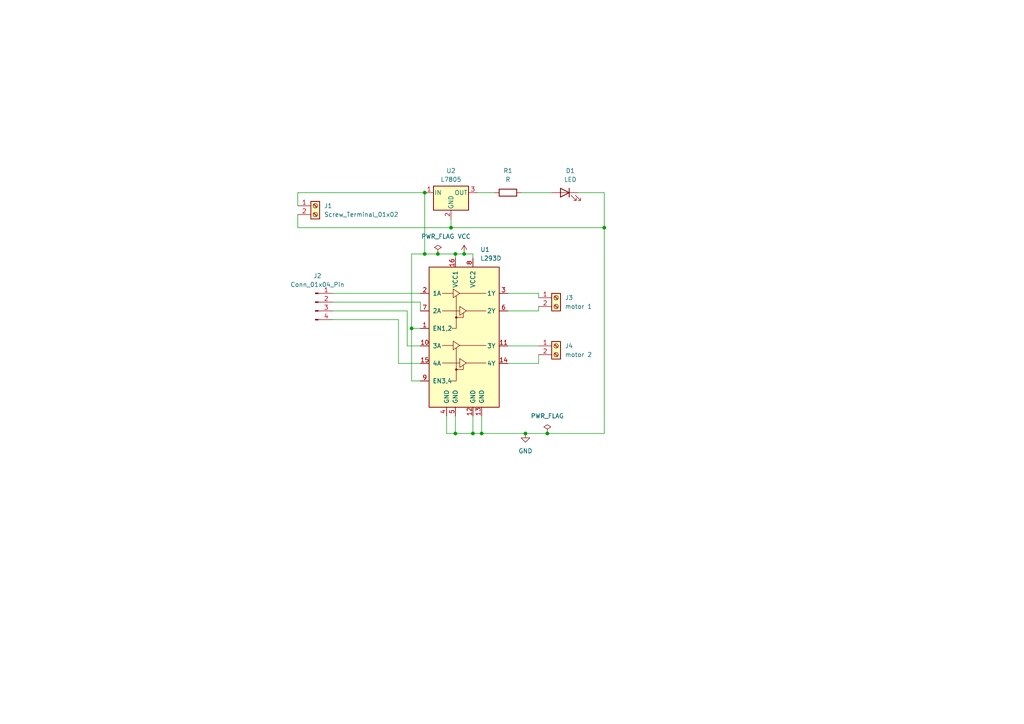
<source format=kicad_sch>
(kicad_sch (version 20250114) (generator "eeschema") (generator_version "9.0")
  (paper "A4")
  (lib_symbols
    (symbol "Connector:Conn_01x04_Pin" (pin_names (offset 1.016) (hide yes))
      (property "Reference" "J" (at 0 5.08 0))
      (property "Value" "Conn_01x04_Pin" (at 0 -7.62 0))
      (symbol "Conn_01x04_Pin_1_1"
        (rectangle (start 0.8636 2.667) (end 0 2.413) (stroke (width 0.1524)) (fill (type outline)))
        (rectangle (start 0.8636 0.127) (end 0 -0.127) (stroke (width 0.1524)) (fill (type outline)))
        (rectangle (start 0.8636 -2.413) (end 0 -2.667) (stroke (width 0.1524)) (fill (type outline)))
        (rectangle (start 0.8636 -4.953) (end 0 -5.207) (stroke (width 0.1524)) (fill (type outline)))
        (polyline (pts (xy 1.27 2.54) (xy 0.8636 2.54)) (stroke (width 0.1524)))
        (polyline (pts (xy 1.27 0) (xy 0.8636 0)) (stroke (width 0.1524)))
        (polyline (pts (xy 1.27 -2.54) (xy 0.8636 -2.54)) (stroke (width 0.1524)))
        (polyline (pts (xy 1.27 -5.08) (xy 0.8636 -5.08)) (stroke (width 0.1524)))
        (pin passive line (at 5.08 2.54 180) (length 3.81) (name "Pin_1") (number "1"))
        (pin passive line (at 5.08 0 180) (length 3.81) (name "Pin_2") (number "2"))
        (pin passive line (at 5.08 -2.54 180) (length 3.81) (name "Pin_3") (number "3"))
        (pin passive line (at 5.08 -5.08 180) (length 3.81) (name "Pin_4") (number "4"))
      )
    )
    (symbol "Connector:Screw_Terminal_01x02" (pin_names (offset 1.016) (hide yes))
      (property "Reference" "J" (at 0 2.54 0))
      (property "Value" "Screw_Terminal_01x02" (at 0 -5.08 0))
      (symbol "Screw_Terminal_01x02_1_1"
        (rectangle (start -1.27 1.27) (end 1.27 -3.81) (stroke (width 0.254)) (fill (type background)))
        (polyline (pts (xy -0.5334 0.3302) (xy 0.3302 -0.508)) (stroke (width 0.1524)))
        (polyline (pts (xy -0.5334 -2.2098) (xy 0.3302 -3.048)) (stroke (width 0.1524)))
        (polyline (pts (xy -0.3556 0.508) (xy 0.508 -0.3302)) (stroke (width 0.1524)))
        (polyline (pts (xy -0.3556 -2.032) (xy 0.508 -2.8702)) (stroke (width 0.1524)))
        (circle (center 0 0) (radius 0.635) (stroke (width 0.1524)))
        (circle (center 0 -2.54) (radius 0.635) (stroke (width 0.1524)))
        (pin passive line (at -5.08 0 0) (length 3.81) (name "Pin_1") (number "1"))
        (pin passive line (at -5.08 -2.54 0) (length 3.81) (name "Pin_2") (number "2"))
      )
    )
    (symbol "Device:LED" (pin_numbers (hide yes)) (pin_names (offset 1.016) (hide yes))
      (property "Reference" "D" (at 0 2.54 0))
      (property "Value" "LED" (at 0 -2.54 0))
      (symbol "LED_0_1"
        (polyline (pts (xy -3.048 -0.762) (xy -4.572 -2.286) (xy -3.81 -2.286) (xy -4.572 -2.286) (xy -4.572 -1.524)))
        (polyline (pts (xy -1.778 -0.762) (xy -3.302 -2.286) (xy -2.54 -2.286) (xy -3.302 -2.286) (xy -3.302 -1.524)))
        (polyline (pts (xy -1.27 0) (xy 1.27 0)))
        (polyline (pts (xy -1.27 -1.27) (xy -1.27 1.27)) (stroke (width 0.254)))
        (polyline (pts (xy 1.27 -1.27) (xy 1.27 1.27) (xy -1.27 0) (xy 1.27 -1.27)) (stroke (width 0.254)))
      )
      (symbol "LED_1_1"
        (pin passive line (at -3.81 0 0) (length 2.54) (name "K") (number "1"))
        (pin passive line (at 3.81 0 180) (length 2.54) (name "A") (number "2"))
      )
    )
    (symbol "Device:R" (pin_numbers (hide yes)) (pin_names (offset 0))
      (property "Reference" "R" (at 2.032 0 90))
      (property "Value" "R" (at 0 0 90))
      (symbol "R_0_1"
        (rectangle (start -1.016 -2.54) (end 1.016 2.54) (stroke (width 0.254)))
      )
      (symbol "R_1_1"
        (pin passive line (at 0 3.81 270) (length 1.27) (name "~") (number "1"))
        (pin passive line (at 0 -3.81 90) (length 1.27) (name "~") (number "2"))
      )
    )
    (symbol "Driver_Motor:L293D" (pin_names (offset 1.016))
      (property "Reference" "U" (at -5.08 26.035 0))
      (property "Value" "L293D" (at -5.08 24.13 0))
      (symbol "L293D_0_1"
        (rectangle (start -10.16 22.86) (end 10.16 -17.78) (stroke (width 0.254)) (fill (type background)))
        (polyline (pts (xy -6.35 15.24) (xy -3.175 15.24)))
        (polyline (pts (xy -6.35 10.16) (xy -1.27 10.16)))
        (polyline (pts (xy -6.35 0.127) (xy -3.175 0.127)))
        (polyline (pts (xy -6.35 -4.953) (xy -1.27 -4.953)))
        (polyline (pts (xy -3.175 16.51) (xy -3.175 13.97) (xy -1.27 15.24) (xy -3.175 16.51)))
        (polyline (pts (xy -3.175 1.397) (xy -3.175 -1.143) (xy -1.27 0.127) (xy -3.175 1.397)))
        (polyline (pts (xy -2.286 14.478) (xy -2.286 5.08) (xy -3.556 5.08)))
        (circle (center -2.286 8.255) (radius 0.254) (fill (type outline)))
        (polyline (pts (xy -2.286 8.255) (xy -0.254 8.255) (xy -0.254 9.525)))
        (polyline (pts (xy -2.286 -0.635) (xy -2.286 -10.16) (xy -3.556 -10.16)))
        (circle (center -2.286 -6.858) (radius 0.254) (fill (type outline)))
        (polyline (pts (xy -2.286 -6.858) (xy -0.254 -6.858) (xy -0.254 -5.588)))
        (polyline (pts (xy -1.27 15.24) (xy 6.35 15.24)))
        (polyline (pts (xy -1.27 11.43) (xy -1.27 8.89) (xy 0.635 10.16) (xy -1.27 11.43)))
        (polyline (pts (xy -1.27 0.127) (xy 6.35 0.127)))
        (polyline (pts (xy -1.27 -3.683) (xy -1.27 -6.223) (xy 0.635 -4.953) (xy -1.27 -3.683)))
        (polyline (pts (xy 0.635 10.16) (xy 6.35 10.16)))
        (polyline (pts (xy 0.635 -4.953) (xy 6.35 -4.953)))
      )
      (symbol "L293D_1_1"
        (pin input line (at -12.7 15.24 0) (length 2.54) (name "1A") (number "2"))
        (pin input line (at -12.7 10.16 0) (length 2.54) (name "2A") (number "7"))
        (pin input line (at -12.7 5.08 0) (length 2.54) (name "EN1,2") (number "1"))
        (pin input line (at -12.7 0 0) (length 2.54) (name "3A") (number "10"))
        (pin input line (at -12.7 -5.08 0) (length 2.54) (name "4A") (number "15"))
        (pin input line (at -12.7 -10.16 0) (length 2.54) (name "EN3,4") (number "9"))
        (pin power_in line (at -5.08 -20.32 90) (length 2.54) (name "GND") (number "4"))
        (pin power_in line (at -2.54 25.4 270) (length 2.54) (name "VCC1") (number "16"))
        (pin power_in line (at -2.54 -20.32 90) (length 2.54) (name "GND") (number "5"))
        (pin power_in line (at 2.54 25.4 270) (length 2.54) (name "VCC2") (number "8"))
        (pin power_in line (at 2.54 -20.32 90) (length 2.54) (name "GND") (number "12"))
        (pin power_in line (at 5.08 -20.32 90) (length 2.54) (name "GND") (number "13"))
        (pin output line (at 12.7 15.24 180) (length 2.54) (name "1Y") (number "3"))
        (pin output line (at 12.7 10.16 180) (length 2.54) (name "2Y") (number "6"))
        (pin output line (at 12.7 0 180) (length 2.54) (name "3Y") (number "11"))
        (pin output line (at 12.7 -5.08 180) (length 2.54) (name "4Y") (number "14"))
      )
    )
    (symbol "Regulator_Linear:L7805" (pin_names (offset 0.254))
      (property "Reference" "U" (at -3.81 3.175 0))
      (property "Value" "L7805" (at 0 3.175 0))
      (symbol "L7805_0_1"
        (rectangle (start -5.08 1.905) (end 5.08 -5.08) (stroke (width 0.254)) (fill (type background)))
      )
      (symbol "L7805_1_1"
        (pin power_in line (at -7.62 0 0) (length 2.54) (name "IN") (number "1"))
        (pin power_in line (at 0 -7.62 90) (length 2.54) (name "GND") (number "2"))
        (pin power_out line (at 7.62 0 180) (length 2.54) (name "OUT") (number "3"))
      )
    )
    (symbol "power:GND" (power) (pin_numbers (hide yes)) (pin_names (offset 0) (hide yes))
      (property "Value" "GND" (at 0 -3.81 0))
      (symbol "GND_0_1"
        (polyline (pts (xy 0 0) (xy 0 -1.27) (xy 1.27 -1.27) (xy 0 -2.54) (xy -1.27 -1.27) (xy 0 -1.27)))
      )
      (symbol "GND_1_1"
        (pin power_in line (at 0 0 270) (length 0) (name "~") (number "1"))
      )
    )
    (symbol "power:PWR_FLAG" (power) (pin_numbers (hide yes)) (pin_names (offset 0) (hide yes))
      (property "Value" "PWR_FLAG" (at 0 3.81 0))
      (symbol "PWR_FLAG_0_0"
        (pin power_out line (at 0 0 90) (length 0) (name "~") (number "1"))
      )
      (symbol "PWR_FLAG_0_1"
        (polyline (pts (xy 0 0) (xy 0 1.27) (xy -1.016 1.905) (xy 0 2.54) (xy 1.016 1.905) (xy 0 1.27)))
      )
    )
    (symbol "power:VCC" (power) (pin_numbers (hide yes)) (pin_names (offset 0) (hide yes))
      (property "Value" "VCC" (at 0 3.556 0))
      (symbol "VCC_0_1"
        (polyline (pts (xy -0.762 1.27) (xy 0 2.54)))
        (polyline (pts (xy 0 2.54) (xy 0.762 1.27)))
        (polyline (pts (xy 0 0) (xy 0 2.54)))
      )
      (symbol "VCC_1_1"
        (pin power_in line (at 0 0 90) (length 0) (name "~") (number "1"))
      )
    )
  )
  (junction (at 132.08 73.66))
  (junction (at 123.19 73.66))
  (junction (at 130.81 66.04))
  (junction (at 152.4 125.73))
  (junction (at 134.62 73.66))
  (junction (at 119.38 95.25))
  (junction (at 139.7 125.73))
  (junction (at 175.26 66.04))
  (junction (at 137.16 125.73))
  (junction (at 158.75 125.73))
  (junction (at 132.08 125.73))
  (junction (at 123.19 55.88))
  (junction (at 127 73.66))
  (wire (pts (xy 156.21 90.17) (xy 156.21 88.9)))
  (wire (pts (xy 156.21 105.41) (xy 156.21 102.87)))
  (wire (pts (xy 118.11 90.17) (xy 118.11 100.33)))
  (wire (pts (xy 156.21 85.09) (xy 156.21 86.36)))
  (wire (pts (xy 158.75 125.73) (xy 175.26 125.73)))
  (wire (pts (xy 119.38 95.25) (xy 119.38 110.49)))
  (wire (pts (xy 147.32 90.17) (xy 156.21 90.17)))
  (wire (pts (xy 152.4 125.73) (xy 158.75 125.73)))
  (wire (pts (xy 132.08 73.66) (xy 127 73.66)))
  (wire (pts (xy 123.19 55.88) (xy 123.19 73.66)))
  (wire (pts (xy 115.57 105.41) (xy 115.57 92.71)))
  (wire (pts (xy 137.16 125.73) (xy 132.08 125.73)))
  (wire (pts (xy 86.36 59.69) (xy 86.36 55.88)))
  (wire (pts (xy 119.38 110.49) (xy 121.92 110.49)))
  (wire (pts (xy 129.54 125.73) (xy 129.54 120.65)))
  (wire (pts (xy 119.38 95.25) (xy 121.92 95.25)))
  (wire (pts (xy 139.7 120.65) (xy 139.7 125.73)))
  (wire (pts (xy 134.62 73.66) (xy 132.08 73.66)))
  (wire (pts (xy 86.36 66.04) (xy 130.81 66.04)))
  (wire (pts (xy 130.81 66.04) (xy 130.81 63.5)))
  (wire (pts (xy 137.16 125.73) (xy 139.7 125.73)))
  (wire (pts (xy 115.57 92.71) (xy 96.52 92.71)))
  (wire (pts (xy 96.52 87.63) (xy 121.92 87.63)))
  (wire (pts (xy 96.52 90.17) (xy 118.11 90.17)))
  (wire (pts (xy 147.32 85.09) (xy 156.21 85.09)))
  (wire (pts (xy 139.7 125.73) (xy 152.4 125.73)))
  (wire (pts (xy 147.32 105.41) (xy 156.21 105.41)))
  (wire (pts (xy 137.16 74.93) (xy 137.16 73.66)))
  (wire (pts (xy 147.32 100.33) (xy 156.21 100.33)))
  (wire (pts (xy 127 73.66) (xy 123.19 73.66)))
  (wire (pts (xy 118.11 100.33) (xy 121.92 100.33)))
  (wire (pts (xy 121.92 87.63) (xy 121.92 90.17)))
  (wire (pts (xy 130.81 66.04) (xy 175.26 66.04)))
  (wire (pts (xy 119.38 73.66) (xy 119.38 95.25)))
  (wire (pts (xy 137.16 120.65) (xy 137.16 125.73)))
  (wire (pts (xy 123.19 73.66) (xy 119.38 73.66)))
  (wire (pts (xy 86.36 62.23) (xy 86.36 66.04)))
  (wire (pts (xy 167.64 55.88) (xy 175.26 55.88)))
  (wire (pts (xy 132.08 73.66) (xy 132.08 74.93)))
  (wire (pts (xy 86.36 55.88) (xy 123.19 55.88)))
  (wire (pts (xy 138.43 55.88) (xy 143.51 55.88)))
  (wire (pts (xy 121.92 105.41) (xy 115.57 105.41)))
  (wire (pts (xy 96.52 85.09) (xy 121.92 85.09)))
  (wire (pts (xy 175.26 66.04) (xy 175.26 125.73)))
  (wire (pts (xy 132.08 120.65) (xy 132.08 125.73)))
  (wire (pts (xy 137.16 73.66) (xy 134.62 73.66)))
  (wire (pts (xy 175.26 55.88) (xy 175.26 66.04)))
  (wire (pts (xy 151.13 55.88) (xy 160.02 55.88)))
  (wire (pts (xy 132.08 125.73) (xy 129.54 125.73)))
  (symbol (lib_id "Connector:Screw_Terminal_01x02") (at 161.29 86.36 0) (unit 1)
    (property "Reference" "J3" (at 163.83 86.3599 0) (effects (justify left)))
    (property "Value" "motor 1" (at 163.83 88.8999 0) (effects (justify left)))
    (property "Footprint" "TerminalBlock_Phoenix:TerminalBlock_Phoenix_MKDS-1,5-2-5.08_1x02_P5.08mm_Horizontal" (effects (hide yes)))
    (property "Description" "Generic screw terminal, single row, 01x02, script generated (kicad-library-utils/schlib/autogen/connector/)" (effects (hide yes)))
  )
  (symbol (lib_id "Driver_Motor:L293D") (at 134.62 100.33 0) (unit 1)
    (property "Reference" "U1" (at 139.3033 72.39 0) (effects (justify left)))
    (property "Value" "L293D" (at 139.3033 74.93 0) (effects (justify left)))
    (property "Footprint" "Package_DIP:DIP-16_W7.62mm" (effects (hide yes)))
    (property "Datasheet" "http://www.ti.com/lit/ds/symlink/l293.pdf" (effects (hide yes)))
    (property "Description" "Quadruple Half-H Drivers" (effects (hide yes)))
  )
  (symbol (lib_id "Connector:Screw_Terminal_01x02") (at 91.44 59.69 0) (unit 1)
    (property "Reference" "J1" (at 93.98 59.6899 0) (effects (justify left)))
    (property "Value" "Screw_Terminal_01x02" (at 93.98 62.2299 0) (effects (justify left)))
    (property "Footprint" "TerminalBlock_Phoenix:TerminalBlock_Phoenix_MKDS-1,5-2-5.08_1x02_P5.08mm_Horizontal" (effects (hide yes)))
    (property "Description" "Generic screw terminal, single row, 01x02, script generated (kicad-library-utils/schlib/autogen/connector/)" (effects (hide yes)))
  )
  (symbol (lib_id "power:PWR_FLAG") (at 158.75 125.73 0) (unit 1)
    (property "Reference" "#FLG02" (effects (hide yes)))
    (property "Value" "PWR_FLAG" (at 158.75 120.65 0))
    (property "Description" "Special symbol for telling ERC where power comes from" (effects (hide yes)))
  )
  (symbol (lib_id "Regulator_Linear:L7805") (at 130.81 55.88 0) (unit 1)
    (property "Reference" "U2" (at 130.81 49.53 0))
    (property "Value" "L7805" (at 130.81 52.07 0))
    (property "Footprint" "Package_TO_SOT_THT:TO-220-3_Vertical" (effects (hide yes)))
    (property "Datasheet" "http://www.st.com/content/ccc/resource/technical/document/datasheet/41/4f/b3/b0/12/d4/47/88/CD00000444.pdf/files/CD00000444.pdf/jcr:content/translations/en.CD00000444.pdf" (effects (hide yes)))
    (property "Description" "Positive 1.5A 35V Linear Regulator, Fixed Output 5V, TO-220/TO-263/TO-252" (effects (hide yes)))
  )
  (symbol (lib_id "power:GND") (at 152.4 125.73 0) (unit 1)
    (property "Reference" "#PWR01" (effects (hide yes)))
    (property "Value" "GND" (at 152.4 130.81 0))
    (property "Description" "Power symbol creates a global label with name \"GND\" , ground" (effects (hide yes)))
  )
  (symbol (lib_id "Connector:Screw_Terminal_01x02") (at 161.29 100.33 0) (unit 1)
    (property "Reference" "J4" (at 163.83 100.3299 0) (effects (justify left)))
    (property "Value" "motor 2" (at 163.83 102.8699 0) (effects (justify left)))
    (property "Footprint" "TerminalBlock_Phoenix:TerminalBlock_Phoenix_MKDS-1,5-2-5.08_1x02_P5.08mm_Horizontal" (effects (hide yes)))
    (property "Description" "Generic screw terminal, single row, 01x02, script generated (kicad-library-utils/schlib/autogen/connector/)" (effects (hide yes)))
  )
  (symbol (lib_id "power:VCC") (at 134.62 73.66 0) (unit 1)
    (property "Reference" "#PWR02" (effects (hide yes)))
    (property "Value" "VCC" (at 134.62 68.58 0))
    (property "Description" "Power symbol creates a global label with name \"VCC\"" (effects (hide yes)))
  )
  (symbol (lib_id "power:PWR_FLAG") (at 127 73.66 0) (unit 1)
    (property "Reference" "#FLG01" (effects (hide yes)))
    (property "Value" "PWR_FLAG" (at 127 68.58 0))
    (property "Description" "Special symbol for telling ERC where power comes from" (effects (hide yes)))
  )
  (symbol (lib_id "Connector:Conn_01x04_Pin") (at 91.44 87.63 0) (unit 1)
    (property "Reference" "J2" (at 92.075 80.01 0))
    (property "Value" "Conn_01x04_Pin" (at 92.075 82.55 0))
    (property "Footprint" "Connector:FanPinHeader_1x04_P2.54mm_Vertical" (effects (hide yes)))
    (property "Description" "Generic connector, single row, 01x04, script generated" (effects (hide yes)))
  )
  (symbol (lib_id "Device:R") (at 147.32 55.88 90) (unit 1)
    (property "Reference" "R1" (at 147.32 49.53 90))
    (property "Value" "R" (at 147.32 52.07 90))
    (property "Footprint" "Resistor_THT:R_Axial_DIN0204_L3.6mm_D1.6mm_P7.62mm_Horizontal" (effects (hide yes)))
    (property "Description" "Resistor" (effects (hide yes)))
  )
  (symbol (lib_id "Device:LED") (at 163.83 55.88 0) (mirror y) (unit 1)
    (property "Reference" "D1" (at 165.4175 49.53 0))
    (property "Value" "LED" (at 165.4175 52.07 0))
    (property "Footprint" "LED_THT:LED_D3.0mm" (effects (hide yes)))
    (property "Description" "Light emitting diode" (effects (hide yes)))
    (property "Sim.Pins" "1=K 2=A" (effects (hide yes)))
  )
)
</source>
